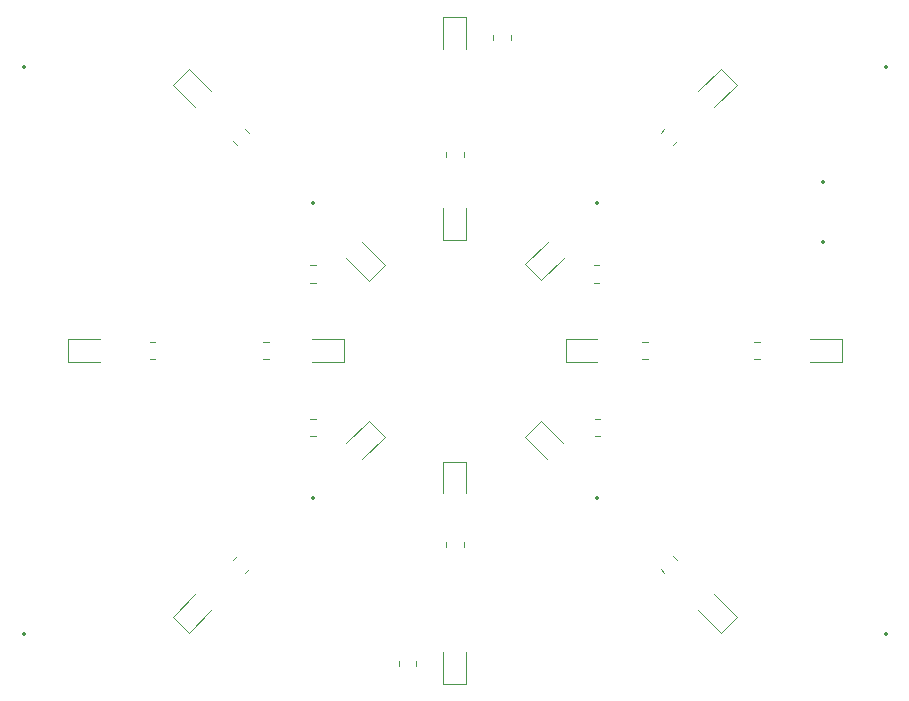
<source format=gto>
%TF.GenerationSoftware,KiCad,Pcbnew,8.0.7*%
%TF.CreationDate,2025-01-02T12:48:40+00:00*%
%TF.ProjectId,PNP Camera,504e5020-4361-46d6-9572-612e6b696361,rev?*%
%TF.SameCoordinates,Original*%
%TF.FileFunction,Legend,Top*%
%TF.FilePolarity,Positive*%
%FSLAX46Y46*%
G04 Gerber Fmt 4.6, Leading zero omitted, Abs format (unit mm)*
G04 Created by KiCad (PCBNEW 8.0.7) date 2025-01-02 12:48:40*
%MOMM*%
%LPD*%
G01*
G04 APERTURE LIST*
%ADD10C,0.120000*%
%ADD11C,0.350000*%
G04 APERTURE END LIST*
D10*
%TO.C,R1*%
X102540835Y-51080282D02*
X102219718Y-50759165D01*
X103580282Y-50040835D02*
X103259165Y-49719718D01*
X103580282Y-86959165D02*
X103259165Y-87280282D01*
X102540835Y-85919718D02*
X102219718Y-86240835D01*
X139459165Y-85919718D02*
X139780282Y-86240835D01*
X138419718Y-86959165D02*
X138740835Y-87280282D01*
X138419718Y-50040835D02*
X138740835Y-49719718D01*
X139459165Y-51080282D02*
X139780282Y-50759165D01*
X124265000Y-42227064D02*
X124265000Y-41772936D01*
X125735000Y-42227064D02*
X125735000Y-41772936D01*
X117735000Y-94772936D02*
X117735000Y-95227064D01*
X116265000Y-94772936D02*
X116265000Y-95227064D01*
X95653249Y-69235002D02*
X95199121Y-69235002D01*
X95653249Y-67765002D02*
X95199121Y-67765002D01*
X146800879Y-69235002D02*
X146346751Y-69235002D01*
X146800879Y-67765002D02*
X146346751Y-67765002D01*
%TO.C,D1*%
X97129702Y-91012655D02*
X98487347Y-92370298D01*
X98487347Y-92370298D02*
X100385929Y-90471715D01*
X99028284Y-89114072D02*
X97129702Y-91012655D01*
X98487345Y-44629702D02*
X97129702Y-45987347D01*
X97129702Y-45987347D02*
X99028285Y-47885929D01*
X100385928Y-46528284D02*
X98487345Y-44629702D01*
X143512655Y-92370298D02*
X144870298Y-91012653D01*
X144870298Y-91012653D02*
X142971715Y-89114071D01*
X141614072Y-90471716D02*
X143512655Y-92370298D01*
X144870298Y-45987345D02*
X143512653Y-44629702D01*
X143512653Y-44629702D02*
X141614071Y-46528285D01*
X142971716Y-47885928D02*
X144870298Y-45987345D01*
X121960000Y-40252499D02*
X120040001Y-40252500D01*
X120040001Y-40252500D02*
X120040002Y-42937501D01*
X121960000Y-42937500D02*
X121960000Y-40252499D01*
X120040001Y-96685003D02*
X121960000Y-96685002D01*
X121960000Y-96685002D02*
X121959999Y-94000001D01*
X120040001Y-94000002D02*
X120040001Y-96685003D01*
X88230436Y-67540001D02*
X88230437Y-69460000D01*
X88230437Y-69460000D02*
X90915438Y-69459999D01*
X90915437Y-67540001D02*
X88230436Y-67540001D01*
X153769564Y-69459999D02*
X153769563Y-67540000D01*
X153769563Y-67540000D02*
X151084562Y-67540001D01*
X151084563Y-69459999D02*
X153769564Y-69459999D01*
%TO.C,R1*%
X109227064Y-75735000D02*
X108772936Y-75735000D01*
X109227064Y-74265000D02*
X108772936Y-74265000D01*
X120265000Y-52139564D02*
X120265000Y-51685436D01*
X121735000Y-52139564D02*
X121735000Y-51685436D01*
X109227064Y-62735000D02*
X108772936Y-62735000D01*
X109227064Y-61265000D02*
X108772936Y-61265000D01*
X105227064Y-69235000D02*
X104772936Y-69235000D01*
X105227064Y-67765000D02*
X104772936Y-67765000D01*
X121735000Y-84685436D02*
X121735000Y-85139564D01*
X120265000Y-84685436D02*
X120265000Y-85139564D01*
X132860436Y-74265000D02*
X133314564Y-74265000D01*
X132860436Y-75735000D02*
X133314564Y-75735000D01*
X136860436Y-67765000D02*
X137314564Y-67765000D01*
X136860436Y-69235000D02*
X137314564Y-69235000D01*
X132772936Y-61265000D02*
X133227064Y-61265000D01*
X132772936Y-62735000D02*
X133227064Y-62735000D01*
%TO.C,D1*%
X120040001Y-59117030D02*
X121960000Y-59117029D01*
X121960000Y-59117029D02*
X121959999Y-56432028D01*
X120040001Y-56432029D02*
X120040001Y-59117030D01*
X113712655Y-62570298D02*
X115070298Y-61212653D01*
X115070298Y-61212653D02*
X113171715Y-59314071D01*
X111814072Y-60671716D02*
X113712655Y-62570298D01*
X111617030Y-69459999D02*
X111617029Y-67540000D01*
X111617029Y-67540000D02*
X108932028Y-67540001D01*
X108932029Y-69459999D02*
X111617030Y-69459999D01*
X115070298Y-75787345D02*
X113712653Y-74429702D01*
X113712653Y-74429702D02*
X111814071Y-76328285D01*
X113171716Y-77685928D02*
X115070298Y-75787345D01*
X121959999Y-77882970D02*
X120040000Y-77882971D01*
X120040000Y-77882971D02*
X120040001Y-80567972D01*
X121959999Y-80567971D02*
X121959999Y-77882970D01*
X128287345Y-74429702D02*
X126929702Y-75787347D01*
X126929702Y-75787347D02*
X128828285Y-77685929D01*
X130185928Y-76328284D02*
X128287345Y-74429702D01*
X130382970Y-67540001D02*
X130382971Y-69460000D01*
X130382971Y-69460000D02*
X133067972Y-69459999D01*
X133067971Y-67540001D02*
X130382970Y-67540001D01*
X126949702Y-61182655D02*
X128307347Y-62540298D01*
X128307347Y-62540298D02*
X130205928Y-60641715D01*
X128848284Y-59284072D02*
X126949702Y-61182655D01*
%TD*%
D11*
X152175000Y-54205000D03*
X152175000Y-59285000D03*
X109000000Y-56000000D03*
X109000000Y-81000000D03*
X133000000Y-56000000D03*
X133000000Y-81000000D03*
X157500000Y-92500000D03*
X157500000Y-44500000D03*
X84500000Y-92500000D03*
X84500000Y-44500000D03*
M02*

</source>
